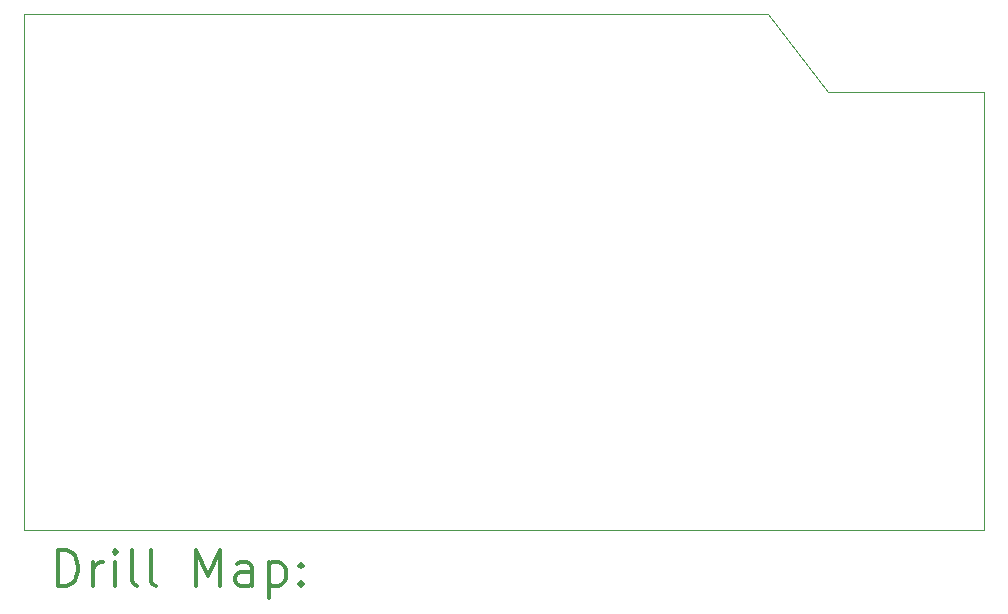
<source format=gbr>
%FSLAX45Y45*%
G04 Gerber Fmt 4.5, Leading zero omitted, Abs format (unit mm)*
G04 Created by KiCad (PCBNEW (5.1.10-1-10_14)) date 2021-11-19 10:18:55*
%MOMM*%
%LPD*%
G01*
G04 APERTURE LIST*
%TA.AperFunction,Profile*%
%ADD10C,0.050000*%
%TD*%
%ADD11C,0.200000*%
%ADD12C,0.300000*%
G04 APERTURE END LIST*
D10*
X16459200Y-9550400D02*
X17780000Y-9550400D01*
X15951200Y-8890000D02*
X16459200Y-9550400D01*
X17780000Y-13258800D02*
X9652000Y-13258800D01*
X17780000Y-9550400D02*
X17780000Y-13258800D01*
X9652000Y-8890000D02*
X15951200Y-8890000D01*
X9652000Y-13258800D02*
X9652000Y-8890000D01*
D11*
D12*
X9935928Y-13727014D02*
X9935928Y-13427014D01*
X10007357Y-13427014D01*
X10050214Y-13441300D01*
X10078786Y-13469871D01*
X10093071Y-13498443D01*
X10107357Y-13555586D01*
X10107357Y-13598443D01*
X10093071Y-13655586D01*
X10078786Y-13684157D01*
X10050214Y-13712729D01*
X10007357Y-13727014D01*
X9935928Y-13727014D01*
X10235928Y-13727014D02*
X10235928Y-13527014D01*
X10235928Y-13584157D02*
X10250214Y-13555586D01*
X10264500Y-13541300D01*
X10293071Y-13527014D01*
X10321643Y-13527014D01*
X10421643Y-13727014D02*
X10421643Y-13527014D01*
X10421643Y-13427014D02*
X10407357Y-13441300D01*
X10421643Y-13455586D01*
X10435928Y-13441300D01*
X10421643Y-13427014D01*
X10421643Y-13455586D01*
X10607357Y-13727014D02*
X10578786Y-13712729D01*
X10564500Y-13684157D01*
X10564500Y-13427014D01*
X10764500Y-13727014D02*
X10735928Y-13712729D01*
X10721643Y-13684157D01*
X10721643Y-13427014D01*
X11107357Y-13727014D02*
X11107357Y-13427014D01*
X11207357Y-13641300D01*
X11307357Y-13427014D01*
X11307357Y-13727014D01*
X11578786Y-13727014D02*
X11578786Y-13569871D01*
X11564500Y-13541300D01*
X11535928Y-13527014D01*
X11478786Y-13527014D01*
X11450214Y-13541300D01*
X11578786Y-13712729D02*
X11550214Y-13727014D01*
X11478786Y-13727014D01*
X11450214Y-13712729D01*
X11435928Y-13684157D01*
X11435928Y-13655586D01*
X11450214Y-13627014D01*
X11478786Y-13612729D01*
X11550214Y-13612729D01*
X11578786Y-13598443D01*
X11721643Y-13527014D02*
X11721643Y-13827014D01*
X11721643Y-13541300D02*
X11750214Y-13527014D01*
X11807357Y-13527014D01*
X11835928Y-13541300D01*
X11850214Y-13555586D01*
X11864500Y-13584157D01*
X11864500Y-13669871D01*
X11850214Y-13698443D01*
X11835928Y-13712729D01*
X11807357Y-13727014D01*
X11750214Y-13727014D01*
X11721643Y-13712729D01*
X11993071Y-13698443D02*
X12007357Y-13712729D01*
X11993071Y-13727014D01*
X11978786Y-13712729D01*
X11993071Y-13698443D01*
X11993071Y-13727014D01*
X11993071Y-13541300D02*
X12007357Y-13555586D01*
X11993071Y-13569871D01*
X11978786Y-13555586D01*
X11993071Y-13541300D01*
X11993071Y-13569871D01*
M02*

</source>
